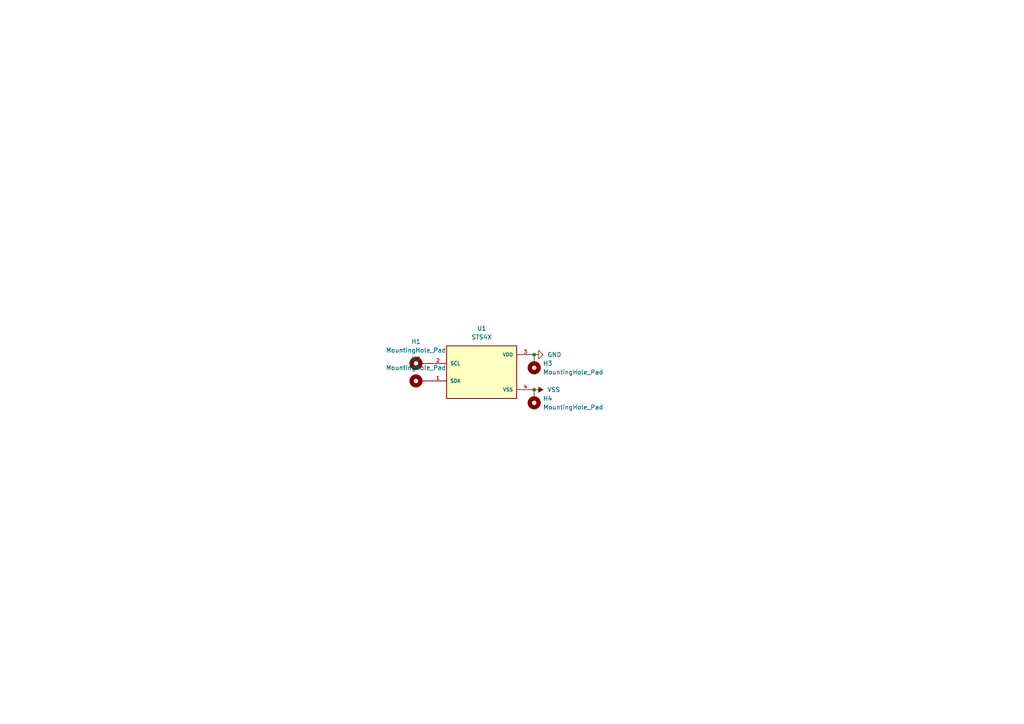
<source format=kicad_sch>
(kicad_sch (version 20250114) (generator "eeschema") (generator_version "9.0")
  (paper "A4")
  (lib_symbols
    (symbol "Mechanical:MountingHole_Pad" (pin_numbers (hide yes)) (pin_names (offset 1.016) (hide yes)) (in_bom no)
      (property "Reference" "H" (at 0 6.35 0))
      (property "Value" "MountingHole_Pad" (at 0 4.445 0))
      (symbol "MountingHole_Pad_0_1"
        (circle (center 0 1.27) (radius 1.27) (stroke (width 1.27)))
      )
      (symbol "MountingHole_Pad_1_1"
        (pin input line (at 0 -2.54 90) (length 2.54) (name "1") (number "1"))
      )
    )
    (symbol "STS4X:STS4X" (pin_names (offset 1.016))
      (property "Reference" "U" (at -10.16 8.89 0))
      (property "Value" "STS4X" (at -10.16 -10.16 0))
      (symbol "STS4X_0_0"
        (rectangle (start -10.16 -7.62) (end 10.16 7.62) (stroke (width 0.254)) (fill (type background)))
        (pin input line (at -15.24 2.54 0) (length 5.08) (name "SCL") (number "2"))
        (pin bidirectional line (at -15.24 -2.54 0) (length 5.08) (name "SDA") (number "1"))
        (pin power_in line (at 15.24 5.08 180) (length 5.08) (name "VDD") (number "3"))
        (pin power_in line (at 15.24 -5.08 180) (length 5.08) (name "VSS") (number "4"))
      )
    )
    (symbol "power:GND" (power) (pin_numbers (hide yes)) (pin_names (offset 0) (hide yes))
      (property "Value" "GND" (at 0 -3.81 0))
      (symbol "GND_0_1"
        (polyline (pts (xy 0 0) (xy 0 -1.27) (xy 1.27 -1.27) (xy 0 -2.54) (xy -1.27 -1.27) (xy 0 -1.27)))
      )
      (symbol "GND_1_1"
        (pin power_in line (at 0 0 270) (length 0) (name "~") (number "1"))
      )
    )
    (symbol "power:VSS" (power) (pin_numbers (hide yes)) (pin_names (offset 0) (hide yes))
      (property "Value" "VSS" (at 0 3.556 0))
      (symbol "VSS_0_1"
        (polyline (pts (xy 0 0) (xy 0 2.54)))
        (polyline (pts (xy 0.762 1.27) (xy -0.762 1.27) (xy 0 2.54) (xy 0.762 1.27)) (fill (type outline)))
      )
      (symbol "VSS_1_1"
        (pin power_in line (at 0 0 90) (length 0) (name "~") (number "1"))
      )
    )
  )
  (junction (at 154.94 102.87))
  (junction (at 154.94 113.03))
  (symbol (lib_id "Mechanical:MountingHole_Pad") (at 154.94 105.41 180) (unit 1) (in_bom no)
    (property "Reference" "H3" (at 157.48 105.4099 0) (effects (justify right)))
    (property "Value" "MountingHole_Pad" (at 157.48 107.9499 0) (effects (justify right)))
    (property "Footprint" "MountingHole:MountingHole_2.2mm_M2_DIN965_Pad" (effects (hide yes)))
    (property "Description" "Mounting Hole with connection" (effects (hide yes)))
  )
  (symbol (lib_id "power:VSS") (at 154.94 113.03 270) (unit 1)
    (property "Reference" "#PWR03" (effects (hide yes)))
    (property "Value" "VSS" (at 158.75 113.0299 90) (effects (justify left)))
    (property "Description" "Power symbol creates a global label with name \"VSS\"" (effects (hide yes)))
  )
  (symbol (lib_id "Mechanical:MountingHole_Pad") (at 154.94 115.57 180) (unit 1) (in_bom no)
    (property "Reference" "H4" (at 157.48 115.5699 0) (effects (justify right)))
    (property "Value" "MountingHole_Pad" (at 157.48 118.1099 0) (effects (justify right)))
    (property "Footprint" "MountingHole:MountingHole_2.2mm_M2_DIN965_Pad" (effects (hide yes)))
    (property "Description" "Mounting Hole with connection" (effects (hide yes)))
  )
  (symbol (lib_id "Mechanical:MountingHole_Pad") (at 121.92 105.41 90) (unit 1) (in_bom no)
    (property "Reference" "H1" (at 120.65 99.06 90))
    (property "Value" "MountingHole_Pad" (at 120.65 101.6 90))
    (property "Footprint" "MountingHole:MountingHole_2.2mm_M2_DIN965_Pad" (effects (hide yes)))
    (property "Description" "Mounting Hole with connection" (effects (hide yes)))
  )
  (symbol (lib_id "Mechanical:MountingHole_Pad") (at 121.92 110.49 90) (unit 1) (in_bom no)
    (property "Reference" "H2" (at 120.65 104.14 90))
    (property "Value" "MountingHole_Pad" (at 120.65 106.68 90))
    (property "Footprint" "MountingHole:MountingHole_2.2mm_M2_DIN965_Pad" (effects (hide yes)))
    (property "Description" "Mounting Hole with connection" (effects (hide yes)))
  )
  (symbol (lib_id "power:GND") (at 154.94 102.87 90) (unit 1)
    (property "Reference" "#PWR02" (effects (hide yes)))
    (property "Value" "GND" (at 158.75 102.8699 90) (effects (justify right)))
    (property "Description" "Power symbol creates a global label with name \"GND\" , ground" (effects (hide yes)))
  )
  (symbol (lib_id "STS4X:STS4X") (at 139.7 107.95 0) (unit 1)
    (property "Reference" "U1" (at 139.7 95.25 0))
    (property "Value" "STS4X" (at 139.7 97.79 0))
    (property "Footprint" "STS4X:STS4X" (effects (hide yes)))
    (property "DigiKey_Part_Number" "1649-STS40-AD1B-R3CT-ND" (effects (hide yes)))
    (property "SnapEDA_Link" "https://www.snapeda.com/parts/STS40-AD1B-R3/Sensirion/view-part/?ref=snap" (effects (hide yes)))
    (property "Description_1" "Digital Temperature Sensor, ±0.2 °C, Ultra-Low-Power, I2C fast mode plus" (effects (hide yes)))
    (property "MF" "Sensirion" (effects (hide yes)))
    (property "Package" "DFN-4 Sensirion" (effects (hide yes)))
    (property "Check_prices" "https://www.snapeda.com/parts/STS40-AD1B-R3/Sensirion/view-part/?ref=eda" (effects (hide yes)))
    (property "MP" "STS40-AD1B-R3" (effects (hide yes)))
  )
)
</source>
